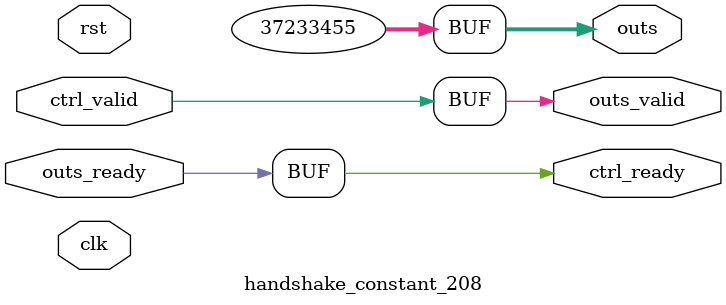
<source format=v>
`timescale 1ns / 1ps
module handshake_constant_208 #(
  parameter DATA_WIDTH = 32  // Default set to 32 bits
) (
  input                       clk,
  input                       rst,
  // Input Channel
  input                       ctrl_valid,
  output                      ctrl_ready,
  // Output Channel
  output [DATA_WIDTH - 1 : 0] outs,
  output                      outs_valid,
  input                       outs_ready
);
  assign outs       = 27'b010001110000010001100101111;
  assign outs_valid = ctrl_valid;
  assign ctrl_ready = outs_ready;

endmodule

</source>
